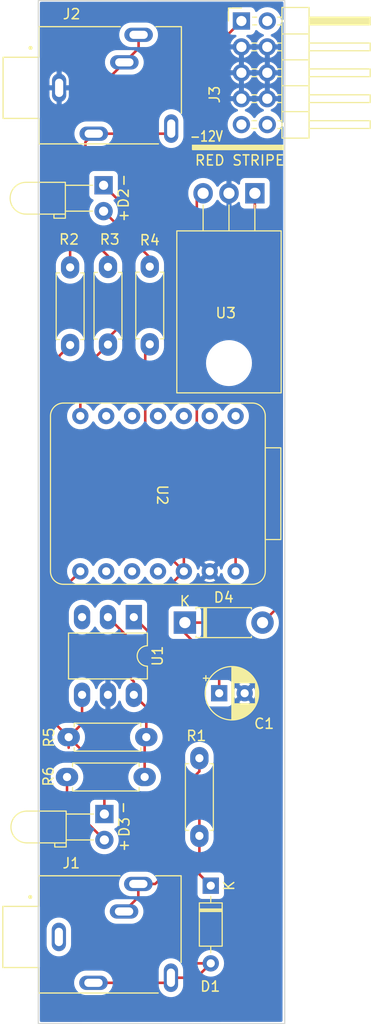
<source format=kicad_pcb>
(kicad_pcb (version 20221018) (generator pcbnew)
  (layers (0 "F.Cu" signal) (31 "B.Cu" signal) (34 "B.Paste" user) (35 "F.Paste" user) (36 "B.SilkS" user "B.Silkscreen") (37 "F.SilkS" user "F.Silkscreen") (38 "B.Mask" user) (39 "F.Mask" user) (44 "Edge.Cuts" user))
  (net 0 "")
  (net 1 "Net-(D1-K)")
  (net 2 "Net-(D1-A)")
  (net 3 "MIDI OUT")
  (net 4 "Net-(D2-A)")
  (net 5 "MIDI IN")
  (net 6 "Net-(D3-A)")
  (net 8 "Net-(J1-Pad2)")
  (net 9 "GND")
  (net 10 "Net-(J2-Pad2)")
  (net 11 "Net-(J2-Pad4)")
  (net 12 "+3V3")
  (net 23 "Net-(D4-K)")
  (net 24 "+12V")
  (net 27 "+5V")
  (footprint "Diode_THT:D_DO-41_SOD81_P7.62mm_Horizontal" (layer "F.Cu") (at 84.62281 98.055038)
    (fp_text reference "D4" (at 3.81 -2.47) (layer "F.SilkS"))
    (fp_text value "1N5819")
    (fp_text user "K" (at 0 -2.1) (layer "F.SilkS"))
    (fp_line (start 1.09 -1.47) (end 6.53 -1.47) (stroke (width 0.12)) (layer "F.SilkS"))
    (fp_line (start 1.09 -1.34) (end 1.09 -1.47) (stroke (width 0.12)) (layer "F.SilkS"))
    (fp_line (start 1.09 1.34) (end 1.09 1.47) (stroke (width 0.12)) (layer "F.SilkS"))
    (fp_line (start 1.09 1.47) (end 6.53 1.47) (stroke (width 0.12)) (layer "F.SilkS"))
    (fp_line (start 1.87 -1.47) (end 1.87 1.47) (stroke (width 0.12)) (layer "F.SilkS"))
    (fp_line (start 1.99 -1.47) (end 1.99 1.47) (stroke (width 0.12)) (layer "F.SilkS"))
    (fp_line (start 2.11 -1.47) (end 2.11 1.47) (stroke (width 0.12)) (layer "F.SilkS"))
    (fp_line (start 6.53 -1.47) (end 6.53 -1.34) (stroke (width 0.12)) (layer "F.SilkS"))
    (fp_line (start 6.53 1.47) (end 6.53 1.34) (stroke (width 0.12)) (layer "F.SilkS"))
    (pad "1" thru_hole rect (at 0 0) (size 2.2 2.2) (drill 1.1) (layers "*.Cu" "*.Mask") (net 23 "Net-(D4-K)"))
    (pad "2" thru_hole oval (at 7.62 0) (size 2.2 2.2) (drill 1.1) (layers "*.Cu" "*.Mask") (net 24 "+12V"))
  )
  (footprint "Import Library:Resistor-THT-Axial Horizontal pin pitch 7.62mm 0.25W" (layer "F.Cu") (at 80.67435 113.201914 180)
    (fp_text reference "R6" (at 9.440107 0.053114 90) (layer "F.SilkS"))
    (fp_text value "2.2K")
    (fp_line (start 0.54 -1.37) (end 7.08 -1.37) (stroke (width 0.12)) (layer "F.SilkS"))
    (fp_line (start 0.54 -1.04) (end 0.54 -1.37) (stroke (width 0.12)) (layer "F.SilkS"))
    (fp_line (start 0.54 1.04) (end 0.54 1.37) (stroke (width 0.12)) (layer "F.SilkS"))
    (fp_line (start 0.54 1.37) (end 7.08 1.37) (stroke (width 0.12)) (layer "F.SilkS"))
    (fp_line (start 7.08 -1.37) (end 7.08 -1.04) (stroke (width 0.12)) (layer "F.SilkS"))
    (fp_line (start 7.08 1.37) (end 7.08 1.04) (stroke (width 0.12)) (layer "F.SilkS"))
    (pad "1" thru_hole oval (at 0 0 180) (size 2.2 1.8) (drill 0.8) (layers "*.Cu" "*.Mask") (net 12 "+3V3"))
    (pad "2" thru_hole oval (at 7.62 0 180) (size 2.2 1.8) (drill 0.8) (layers "*.Cu" "*.Mask") (net 6 "Net-(D3-A)"))
  )
  (footprint "Import Library:Resistor-THT-Axial Horizontal pin pitch 7.62mm 0.25W" (layer "F.Cu") (at 86.046029 118.975781 90)
    (fp_text reference "R1" (at 9.813541 -0.29889) (layer "F.SilkS"))
    (fp_text value "220")
    (fp_line (start 0.54 -1.37) (end 7.08 -1.37) (stroke (width 0.12)) (layer "F.SilkS"))
    (fp_line (start 0.54 -1.04) (end 0.54 -1.37) (stroke (width 0.12)) (layer "F.SilkS"))
    (fp_line (start 0.54 1.04) (end 0.54 1.37) (stroke (width 0.12)) (layer "F.SilkS"))
    (fp_line (start 0.54 1.37) (end 7.08 1.37) (stroke (width 0.12)) (layer "F.SilkS"))
    (fp_line (start 7.08 -1.37) (end 7.08 -1.04) (stroke (width 0.12)) (layer "F.SilkS"))
    (fp_line (start 7.08 1.37) (end 7.08 1.04) (stroke (width 0.12)) (layer "F.SilkS"))
    (pad "1" thru_hole oval (at 0 0 90) (size 2.2 1.8) (drill 0.8) (layers "*.Cu" "*.Mask") (net 1 "Net-(D1-K)"))
    (pad "2" thru_hole oval (at 7.62 0 90) (size 2.2 1.8) (drill 0.8) (layers "*.Cu" "*.Mask") (net 8 "Net-(J1-Pad2)"))
  )
  (footprint "Import Library:Resistor-THT-Axial Horizontal pin pitch 7.62mm 0.25W" (layer "F.Cu") (at 80.836634 109.290134 180)
    (fp_text reference "R5" (at 9.549277 -0.034442 90) (layer "F.SilkS"))
    (fp_text value "470")
    (fp_line (start 0.54 -1.37) (end 7.08 -1.37) (stroke (width 0.12)) (layer "F.SilkS"))
    (fp_line (start 0.54 -1.04) (end 0.54 -1.37) (stroke (width 0.12)) (layer "F.SilkS"))
    (fp_line (start 0.54 1.04) (end 0.54 1.37) (stroke (width 0.12)) (layer "F.SilkS"))
    (fp_line (start 0.54 1.37) (end 7.08 1.37) (stroke (width 0.12)) (layer "F.SilkS"))
    (fp_line (start 7.08 -1.37) (end 7.08 -1.04) (stroke (width 0.12)) (layer "F.SilkS"))
    (fp_line (start 7.08 1.37) (end 7.08 1.04) (stroke (width 0.12)) (layer "F.SilkS"))
    (pad "1" thru_hole oval (at 0 0 180) (size 2.2 1.8) (drill 0.8) (layers "*.Cu" "*.Mask") (net 12 "+3V3"))
    (pad "2" thru_hole oval (at 7.62 0 180) (size 2.2 1.8) (drill 0.8) (layers "*.Cu" "*.Mask") (net 5 "MIDI IN"))
  )
  (footprint "Import Library:Microcontroller-XIAO RP2040" (layer "F.Cu") (at 81.907835 85.529785 -90)
    (fp_text reference "U2" (at 0 -0.5 -90 unlocked) (layer "F.SilkS"))
    (fp_text value "SeeeduinoXIAO")
    (fp_line (start -9.013803 9.206131) (end -9.013803 -9.335869) (stroke (width 0.12)) (layer "F.SilkS"))
    (fp_line (start -7.743803 -10.605869) (end 7.496197 -10.605869) (stroke (width 0.12)) (layer "F.SilkS"))
    (fp_line (start 7.496197 10.476131) (end -7.743803 10.476131) (stroke (width 0.12)) (layer "F.SilkS"))
    (fp_line (start 8.766197 -9.335869) (end 8.766197 9.206131) (stroke (width 0.12)) (layer "F.SilkS"))
    (fp_rect (start -4.623803 -10.605869) (end 4.376197 -12.129869) (stroke (width 0.12)) (fill none) (layer "F.SilkS"))
    (fp_arc (start -9.013803 -9.335869) (mid -8.641829 -10.233895) (end -7.743803 -10.605869) (stroke (width 0.12)) (layer "F.SilkS"))
    (fp_arc (start -7.743803 10.476131) (mid -8.641829 10.104157) (end -9.013803 9.206131) (stroke (width 0.12)) (layer "F.SilkS"))
    (fp_arc (start 7.496197 -10.605869) (mid 8.394214 -10.233894) (end 8.766197 -9.335869) (stroke (width 0.12)) (layer "F.SilkS"))
    (fp_arc (start 8.766197 9.206131) (mid 8.394222 10.104155) (end 7.496197 10.476131) (stroke (width 0.12)) (layer "F.SilkS"))
    (pad "1" thru_hole circle (at -7.741303 -7.694869 270) (size 1.6 1.6) (drill 0.8) (layers "*.Cu" "*.Mask"))
    (pad "2" thru_hole circle (at -7.741303 -5.154869 270) (size 1.6 1.6) (drill 0.8) (layers "*.Cu" "*.Mask"))
    (pad "3" thru_hole circle (at -7.741303 -2.614869 270) (size 1.6 1.6) (drill 0.8) (layers "*.Cu" "*.Mask"))
    (pad "4" thru_hole circle (at -7.741303 -0.074869 270) (size 1.6 1.6) (drill 0.8) (layers "*.Cu" "*.Mask"))
    (pad "5" thru_hole circle (at -7.741303 2.465131 270) (size 1.6 1.6) (drill 0.8) (layers "*.Cu" "*.Mask"))
    (pad "6" thru_hole circle (at -7.741303 5.005131 270) (size 1.6 1.6) (drill 0.8) (layers "*.Cu" "*.Mask"))
    (pad "7" thru_hole circle (at -7.741303 7.545131 270) (size 1.6 1.6) (drill 0.8) (layers "*.Cu" "*.Mask") (net 3 "MIDI OUT"))
    (pad "8" thru_hole circle (at 7.493697 7.545131 270) (size 1.6 1.6) (drill 0.8) (layers "*.Cu" "*.Mask") (net 5 "MIDI IN"))
    (pad "9" thru_hole circle (at 7.493697 5.005131 270) (size 1.6 1.6) (drill 0.8) (layers "*.Cu" "*.Mask"))
    (pad "10" thru_hole circle (at 7.493697 2.465131 270) (size 1.6 1.6) (drill 0.8) (layers "*.Cu" "*.Mask"))
    (pad "11" thru_hole circle (at 7.493697 -0.074869 270) (size 1.6 1.6) (drill 0.8) (layers "*.Cu" "*.Mask"))
    (pad "12" thru_hole circle (at 7.493697 -2.614869 270) (size 1.6 1.6) (drill 0.8) (layers "*.Cu" "*.Mask") (net 12 "+3V3"))
    (pad "13" thru_hole circle (at 7.493697 -5.154869 270) (size 1.6 1.6) (drill 0.8) (layers "*.Cu" "*.Mask") (net 9 "GND"))
    (pad "14" thru_hole circle (at 7.493697 -7.694869 270) (size 1.6 1.6) (drill 0.8) (layers "*.Cu" "*.Mask") (net 27 "+5V"))
  )
  (footprint "Import Library:Resistor-THT-Axial Horizontal pin pitch 7.62mm 0.25W" (layer "F.Cu") (at 73.359793 70.823902 90)
    (fp_text reference "R2" (at 10.362029 -0.105059) (layer "F.SilkS"))
    (fp_text value "33")
    (fp_line (start 0.54 -1.37) (end 7.08 -1.37) (stroke (width 0.12)) (layer "F.SilkS"))
    (fp_line (start 0.54 -1.04) (end 0.54 -1.37) (stroke (width 0.12)) (layer "F.SilkS"))
    (fp_line (start 0.54 1.04) (end 0.54 1.37) (stroke (width 0.12)) (layer "F.SilkS"))
    (fp_line (start 0.54 1.37) (end 7.08 1.37) (stroke (width 0.12)) (layer "F.SilkS"))
    (fp_line (start 7.08 -1.37) (end 7.08 -1.04) (stroke (width 0.12)) (layer "F.SilkS"))
    (fp_line (start 7.08 1.37) (end 7.08 1.04) (stroke (width 0.12)) (layer "F.SilkS"))
    (pad "1" thru_hole oval (at 0 0 90) (size 2.2 1.8) (drill 0.8) (layers "*.Cu" "*.Mask") (net 12 "+3V3"))
    (pad "2" thru_hole oval (at 7.62 0 90) (size 2.2 1.8) (drill 0.8) (layers "*.Cu" "*.Mask") (net 10 "Net-(J2-Pad2)"))
  )
  (footprint "Import Library:Resistor-THT-Axial Horizontal pin pitch 7.62mm 0.25W" (layer "F.Cu") (at 77.076599 70.779081 90)
    (fp_text reference "R3" (at 10.311098 0.168796) (layer "F.SilkS"))
    (fp_text value "10")
    (fp_line (start 0.54 -1.37) (end 7.08 -1.37) (stroke (width 0.12)) (layer "F.SilkS"))
    (fp_line (start 0.54 -1.04) (end 0.54 -1.37) (stroke (width 0.12)) (layer "F.SilkS"))
    (fp_line (start 0.54 1.04) (end 0.54 1.37) (stroke (width 0.12)) (layer "F.SilkS"))
    (fp_line (start 0.54 1.37) (end 7.08 1.37) (stroke (width 0.12)) (layer "F.SilkS"))
    (fp_line (start 7.08 -1.37) (end 7.08 -1.04) (stroke (width 0.12)) (layer "F.SilkS"))
    (fp_line (start 7.08 1.37) (end 7.08 1.04) (stroke (width 0.12)) (layer "F.SilkS"))
    (pad "1" thru_hole oval (at 0 0 90) (size 2.2 1.8) (drill 0.8) (layers "*.Cu" "*.Mask") (net 3 "MIDI OUT"))
    (pad "2" thru_hole oval (at 7.62 0 90) (size 2.2 1.8) (drill 0.8) (layers "*.Cu" "*.Mask") (net 11 "Net-(J2-Pad4)"))
  )
  (footprint "Package_DIP:DIP-6_W7.62mm_LongPads" (layer "F.Cu") (at 79.611513 97.519464 -90)
    (fp_text reference "U1" (at 3.81 -2.33 90) (layer "F.SilkS"))
    (fp_text value "H11L1")
    (fp_line (start 1.56 -1.33) (end 1.56 6.41) (stroke (width 0.12)) (layer "F.SilkS"))
    (fp_line (start 1.56 6.41) (end 6.06 6.41) (stroke (width 0.12)) (layer "F.SilkS"))
    (fp_line (start 2.81 -1.33) (end 1.56 -1.33) (stroke (width 0.12)) (layer "F.SilkS"))
    (fp_line (start 6.06 -1.33) (end 4.81 -1.33) (stroke (width 0.12)) (layer "F.SilkS"))
    (fp_line (start 6.06 6.41) (end 6.06 -1.33) (stroke (width 0.12)) (layer "F.SilkS"))
    (fp_arc (start 4.81 -1.33) (mid 3.81 -0.33) (end 2.81 -1.33) (stroke (width 0.12)) (layer "F.SilkS"))
    (pad "1" thru_hole rect (at 0 0 270) (size 2.4 1.6) (drill 0.8) (layers "*.Cu" "*.Mask") (net 1 "Net-(D1-K)"))
    (pad "2" thru_hole oval (at 0 2.54 270) (size 2.4 1.6) (drill 0.8) (layers "*.Cu" "*.Mask") (net 2 "Net-(D1-A)"))
    (pad "3" thru_hole oval (at 0 5.08 270) (size 2.4 1.6) (drill 0.8) (layers "*.Cu" "*.Mask"))
    (pad "4" thru_hole oval (at 7.62 5.08 270) (size 2.4 1.6) (drill 0.8) (layers "*.Cu" "*.Mask") (net 5 "MIDI IN"))
    (pad "5" thru_hole oval (at 7.62 2.54 270) (size 2.4 1.6) (drill 0.8) (layers "*.Cu" "*.Mask") (net 9 "GND"))
    (pad "6" thru_hole oval (at 7.62 0 270) (size 2.4 1.6) (drill 0.8) (layers "*.Cu" "*.Mask") (net 12 "+3V3"))
  )
  (footprint "LED_THT:LED_D3.0mm_Horizontal_O3.81mm_Z2.0mm" (layer "F.Cu") (at 76.721621 116.836142 -90)
    (fp_text reference "D3" (at 1.27 -1.96 90) (layer "F.SilkS"))
    (fp_text value "LED")
    (fp_line (start -0.29 3.75) (end -0.29 7.61) (stroke (width 0.12)) (layer "F.SilkS"))
    (fp_line (start -0.29 3.75) (end 2.83 3.75) (stroke (width 0.12)) (layer "F.SilkS"))
    (fp_line (start 0 1.08) (end 0 1.08) (stroke (width 0.12)) (layer "F.SilkS"))
    (fp_line (start 0 1.08) (end 0 3.75) (stroke (width 0.12)) (layer "F.SilkS"))
    (fp_line (start 0 3.75) (end 0 1.08) (stroke (width 0.12)) (layer "F.SilkS"))
    (fp_line (start 0 3.75) (end 0 3.75) (stroke (width 0.12)) (layer "F.SilkS"))
    (fp_line (start 2.54 1.08) (end 2.54 1.08) (stroke (width 0.12)) (layer "F.SilkS"))
    (fp_line (start 2.54 1.08) (end 2.54 3.75) (stroke (width 0.12)) (layer "F.SilkS"))
    (fp_line (start 2.54 3.75) (end 2.54 1.08) (stroke (width 0.12)) (layer "F.SilkS"))
    (fp_line (start 2.54 3.75) (end 2.54 3.75) (stroke (width 0.12)) (layer "F.SilkS"))
    (fp_line (start 2.83 3.75) (end 2.83 7.61) (stroke (width 0.12)) (layer "F.SilkS"))
    (fp_line (start 2.83 3.75) (end 3.23 3.75) (stroke (width 0.12)) (layer "F.SilkS"))
    (fp_line (start 2.83 4.87) (end 2.83 3.75) (stroke (width 0.12)) (layer "F.SilkS"))
    (fp_line (start 3.23 3.75) (end 3.23 4.87) (stroke (width 0.12)) (layer "F.SilkS"))
    (fp_line (start 3.23 4.87) (end 2.83 4.87) (stroke (width 0.12)) (layer "F.SilkS"))
    (fp_arc (start 2.83 7.61) (mid 1.27 9.17) (end -0.29 7.61) (stroke (width 0.12)) (layer "F.SilkS"))
    (pad "1" thru_hole rect (at 0 0 270) (size 1.8 1.8) (drill 0.9) (layers "*.Cu" "*.Mask") (net 5 "MIDI IN"))
    (pad "2" thru_hole circle (at 2.54 0 270) (size 1.8 1.8) (drill 0.9) (layers "*.Cu" "*.Mask") (net 6 "Net-(D3-A)"))
  )
  (footprint "Package_TO_SOT_THT:TO-220-3_Horizontal_TabDown" (layer "F.Cu") (at 91.491534 55.936984 180)
    (fp_text reference "U3" (at 2.85324 -11.75075) (layer "F.SilkS"))
    (fp_text value "L7805CV")
    (fp_line (start -2.58 -19.58) (end -2.58 -3.69) (stroke (width 0.12)) (layer "F.SilkS"))
    (fp_line (start -2.58 -19.58) (end 7.66 -19.58) (stroke (width 0.12)) (layer "F.SilkS"))
    (fp_line (start -2.58 -3.69) (end 7.66 -3.69) (stroke (width 0.12)) (layer "F.SilkS"))
    (fp_line (start 0 -3.69) (end 0 -1.15) (stroke (width 0.12)) (layer "F.SilkS"))
    (fp_line (start 2.54 -3.69) (end 2.54 -1.15) (stroke (width 0.12)) (layer "F.SilkS"))
    (fp_line (start 5.08 -3.69) (end 5.08 -1.15) (stroke (width 0.12)) (layer "F.SilkS"))
    (fp_line (start 7.66 -19.58) (end 7.66 -3.69) (stroke (width 0.12)) (layer "F.SilkS"))
    (pad "" np_thru_hole oval (at 2.54 -16.66 180) (size 3.5 3.5) (drill 3.5) (layers "*.Cu" "*.Mask"))
    (pad "1" thru_hole rect (at 0 0 180) (size 1.905 2) (drill 1.1) (layers "*.Cu" "*.Mask") (net 23 "Net-(D4-K)"))
    (pad "2" thru_hole oval (at 2.54 0 180) (size 1.905 2) (drill 1.1) (layers "*.Cu" "*.Mask") (net 9 "GND"))
    (pad "3" thru_hole oval (at 5.08 0 180) (size 1.905 2) (drill 1.1) (layers "*.Cu" "*.Mask") (net 27 "+5V"))
  )
  (footprint "LED_THT:LED_D3.0mm_Horizontal_O3.81mm_Z2.0mm" (layer "F.Cu") (at 76.642281 55.150348 -90)
    (fp_text reference "D2" (at 1.27 -1.96 90) (layer "F.SilkS"))
    (fp_text value "LED")
    (fp_line (start -0.29 3.75) (end -0.29 7.61) (stroke (width 0.12)) (layer "F.SilkS"))
    (fp_line (start -0.29 3.75) (end 2.83 3.75) (stroke (width 0.12)) (layer "F.SilkS"))
    (fp_line (start 0 1.08) (end 0 1.08) (stroke (width 0.12)) (layer "F.SilkS"))
    (fp_line (start 0 1.08) (end 0 3.75) (stroke (width 0.12)) (layer "F.SilkS"))
    (fp_line (start 0 3.75) (end 0 1.08) (stroke (width 0.12)) (layer "F.SilkS"))
    (fp_line (start 0 3.75) (end 0 3.75) (stroke (width 0.12)) (layer "F.SilkS"))
    (fp_line (start 2.54 1.08) (end 2.54 1.08) (stroke (width 0.12)) (layer "F.SilkS"))
    (fp_line (start 2.54 1.08) (end 2.54 3.75) (stroke (width 0.12)) (layer "F.SilkS"))
    (fp_line (start 2.54 3.75) (end 2.54 1.08) (stroke (width 0.12)) (layer "F.SilkS"))
    (fp_line (start 2.54 3.75) (end 2.54 3.75) (stroke (width 0.12)) (layer "F.SilkS"))
    (fp_line (start 2.83 3.75) (end 2.83 7.61) (stroke (width 0.12)) (layer "F.SilkS"))
    (fp_line (start 2.83 3.75) (end 3.23 3.75) (stroke (width 0.12)) (layer "F.SilkS"))
    (fp_line (start 2.83 4.87) (end 2.83 3.75) (stroke (width 0.12)) (layer "F.SilkS"))
    (fp_line (start 3.23 3.75) (end 3.23 4.87) (stroke (width 0.12)) (layer "F.SilkS"))
    (fp_line (start 3.23 4.87) (end 2.83 4.87) (stroke (width 0.12)) (layer "F.SilkS"))
    (fp_arc (start 2.83 7.61) (mid 1.27 9.17) (end -0.29 7.61) (stroke (width 0.12)) (layer "F.SilkS"))
    (pad "1" thru_hole rect (at 0 0 270) (size 1.8 1.8) (drill 0.9) (layers "*.Cu" "*.Mask") (net 3 "MIDI OUT"))
    (pad "2" thru_hole circle (at 2.54 0 270) (size 1.8 1.8) (drill 0.9) (layers "*.Cu" "*.Mask") (net 4 "Net-(D2-A)"))
  )
  (footprint "Import Library:Resistor-THT-Axial Horizontal pin pitch 7.62mm 0.25W" (layer "F.Cu") (at 81.174369 70.752581 90)
    (fp_text reference "R4" (at 10.21514 -0.003429) (layer "F.SilkS"))
    (fp_text value "2.2K")
    (fp_line (start 0.54 -1.37) (end 7.08 -1.37) (stroke (width 0.12)) (layer "F.SilkS"))
    (fp_line (start 0.54 -1.04) (end 0.54 -1.37) (stroke (width 0.12)) (layer "F.SilkS"))
    (fp_line (start 0.54 1.04) (end 0.54 1.37) (stroke (width 0.12)) (layer "F.SilkS"))
    (fp_line (start 0.54 1.37) (end 7.08 1.37) (stroke (width 0.12)) (layer "F.SilkS"))
    (fp_line (start 7.08 -1.37) (end 7.08 -1.04) (stroke (width 0.12)) (layer "F.SilkS"))
    (fp_line (start 7.08 1.37) (end 7.08 1.04) (stroke (width 0.12)) (layer "F.SilkS"))
    (pad "1" thru_hole oval (at 0 0 90) (size 2.2 1.8) (drill 0.8) (layers "*.Cu" "*.Mask") (net 12 "+3V3"))
    (pad "2" thru_hole oval (at 7.62 0 90) (size 2.2 1.8) (drill 0.8) (layers "*.Cu" "*.Mask") (net 4 "Net-(D2-A)"))
  )
  (footprint "Diode_THT:D_DO-35_SOD27_P7.62mm_Horizontal" (layer "F.Cu") (at 87.162488 123.863924 -90)
    (fp_text reference "D1" (at 9.887421 0.049815) (layer "F.SilkS"))
    (fp_text value "1N4148")
    (fp_text user "K" (at 0 -1.8 90) (layer "F.SilkS"))
    (fp_line (start 1.04 0) (end 1.69 0) (stroke (width 0.12)) (layer "F.SilkS"))
    (fp_line (start 1.69 -1.12) (end 1.69 1.12) (stroke (width 0.12)) (layer "F.SilkS"))
    (fp_line (start 1.69 1.12) (end 5.93 1.12) (stroke (width 0.12)) (layer "F.SilkS"))
    (fp_line (start 2.29 -1.12) (end 2.29 1.12) (stroke (width 0.12)) (layer "F.SilkS"))
    (fp_line (start 2.41 -1.12) (end 2.41 1.12) (stroke (width 0.12)) (layer "F.SilkS"))
    (fp_line (start 2.53 -1.12) (end 2.53 1.12) (stroke (width 0.12)) (layer "F.SilkS"))
    (fp_line (start 5.93 -1.12) (end 1.69 -1.12) (stroke (width 0.12)) (layer "F.SilkS"))
    (fp_line (start 5.93 1.12) (end 5.93 -1.12) (stroke (width 0.12)) (layer "F.SilkS"))
    (fp_line (start 6.58 0) (end 5.93 0) (stroke (width 0.12)) (layer "F.SilkS"))
    (pad "1" thru_hole rect (at 0 0 270) (size 1.6 1.6) (drill 0.8) (layers "*.Cu" "*.Mask") (net 1 "Net-(D1-K)"))
    (pad "2" thru_hole oval (at 7.62 0 270) (size 1.6 1.6) (drill 0.8) (layers "*.Cu" "*.Mask") (net 2 "Net-(D1-A)"))
  )
  (footprint "Import Library:Socket-Horizontal stereo 2-switch THT-SWITCHCRAFT_35RAPC4BH3" (layer "F.Cu") (at 75.530848 45.341134)
    (fp_text reference "J2" (at -2.0258 -6.9836) (layer "F.SilkS"))
    (fp_text value "35RAPC4BH3")
    (fp_line (start -8.75 -2.75) (end -5.25 -2.75) (stroke (width 0.127)) (layer "F.SilkS"))
    (fp_line (start -8.75 3.25) (end -8.75 -2.75) (stroke (width 0.127)) (layer "F.SilkS"))
    (fp_line (start -5.25 -5.75) (end 2.75 -5.75) (stroke (width 0.127)) (layer "F.SilkS"))
    (fp_line (start -5.25 -2.75) (end -5.25 -5.75) (stroke (width 0.127)) (layer "F.SilkS"))
    (fp_line (start -5.25 3.25) (end -8.75 3.25) (stroke (width 0.127)) (layer "F.SilkS"))
    (fp_line (start -5.25 5.75) (end -5.25 3.25) (stroke (width 0.127)) (layer "F.SilkS"))
    (fp_line (start 6.25 -5.75) (end 8.75 -5.75) (stroke (width 0.127)) (layer "F.SilkS"))
    (fp_line (start 6.5 5.75) (end -5.25 5.75) (stroke (width 0.127)) (layer "F.SilkS"))
    (fp_line (start 8.75 -5.75) (end 8.75 2.75) (stroke (width 0.127)) (layer "F.SilkS"))
    (fp_circle (center -6.0574 -3.6698) (end -5.9574 -3.6698) (stroke (width 0.2)) (fill none) (layer "F.SilkS"))
    (pad "1" thru_hole oval (at -3.25 0.25) (size 1.4 2.8) (drill oval 0.8 1.8) (layers "*.Cu" "*.Mask") (net 9 "GND"))
    (pad "2" thru_hole oval (at 4.55 -4.95) (size 2.8 1.4) (drill oval 1.8 0.8) (layers "*.Cu" "*.Mask") (net 10 "Net-(J2-Pad2)"))
    (pad "3" thru_hole oval (at 3.15 -2.25) (size 2.8 1.4) (drill oval 1.8 0.8) (layers "*.Cu" "*.Mask") (net 10 "Net-(J2-Pad2)"))
    (pad "4" thru_hole oval (at 7.75 4.25) (size 1.4 2.8) (drill oval 0.8 1.8) (layers "*.Cu" "*.Mask") (net 11 "Net-(J2-Pad4)"))
    (pad "5" thru_hole oval (at 0.15 4.75) (size 2.8 1.4) (drill oval 1.8 0.8) (layers "*.Cu" "*.Mask") (net 11 "Net-(J2-Pad4)"))
  )
  (footprint "Connector_PinHeader_2.54mm:PinHeader_2x05_P2.54mm_Horizontal" (layer "F.Cu") (at 90.16969 39.036951)
    (fp_text reference "J3" (at -2.627772 7.210136 90) (layer "F.SilkS"))
    (fp_text value "Power")
    (fp_line (start -1.27 -1.27) (end 0 -1.27) (stroke (width 0.12)) (layer "F.SilkS"))
    (fp_line (start -1.27 0) (end -1.27 -1.27) (stroke (width 0.12)) (layer "F.SilkS"))
    (fp_line (start 1.042929 2.16) (end 1.497071 2.16) (stroke (width 0.12)) (layer "F.SilkS"))
    (fp_line (start 1.042929 2.92) (end 1.497071 2.92) (stroke (width 0.12)) (layer "F.SilkS"))
    (fp_line (start 1.042929 4.7) (end 1.497071 4.7) (stroke (width 0.12)) (layer "F.SilkS"))
    (fp_line (start 1.042929 5.46) (end 1.497071 5.46) (stroke (width 0.12)) (layer "F.SilkS"))
    (fp_line (start 1.042929 7.24) (end 1.497071 7.24) (stroke (width 0.12)) (layer "F.SilkS"))
    (fp_line (start 1.042929 8) (end 1.497071 8) (stroke (width 0.12)) (layer "F.SilkS"))
    (fp_line (start 1.042929 9.78) (end 1.497071 9.78) (stroke (width 0.12)) (layer "F.SilkS"))
    (fp_line (start 1.042929 10.54) (end 1.497071 10.54) (stroke (width 0.12)) (layer "F.SilkS"))
    (fp_line (start 1.11 -0.38) (end 1.497071 -0.38) (stroke (width 0.12)) (layer "F.SilkS"))
    (fp_line (start 1.11 0.38) (end 1.497071 0.38) (stroke (width 0.12)) (layer "F.SilkS"))
    (fp_line (start 3.582929 -0.38) (end 3.98 -0.38) (stroke (width 0.12)) (layer "F.SilkS"))
    (fp_line (start 3.582929 0.38) (end 3.98 0.38) (stroke (width 0.12)) (layer "F.SilkS"))
    (fp_line (start 3.582929 2.16) (end 3.98 2.16) (stroke (width 0.12)) (layer "F.SilkS"))
    (fp_line (start 3.582929 2.92) (end 3.98 2.92) (stroke (width 0.12)) (layer "F.SilkS"))
    (fp_line (start 3.582929 4.7) (end 3.98 4.7) (stroke (width 0.12)) (layer "F.SilkS"))
    (fp_line (start 3.582929 5.46) (end 3.98 5.46) (stroke (width 0.12)) (layer "F.SilkS"))
    (fp_line (start 3.582929 7.24) (end 3.98 7.24) (stroke (width 0.12)) (layer "F.SilkS"))
    (fp_line (start 3.582929 8) (end 3.98 8) (stroke (width 0.12)) (layer "F.SilkS"))
    (fp_line (start 3.582929 9.78) (end 3.98 9.78) (stroke (width 0.12)) (layer "F.SilkS"))
    (fp_line (start 3.582929 10.54) (end 3.98 10.54) (stroke (width 0.12)) (layer "F.SilkS"))
    (fp_line (start 3.98 -1.33) (end 3.98 11.49) (stroke (width 0.12)) (layer "F.SilkS"))
    (fp_line (start 3.98 1.27) (end 6.64 1.27) (stroke (width 0.12)) (layer "F.SilkS"))
    (fp_line (start 3.98 3.81) (end 6.64 3.81) (stroke (width 0.12)) (layer "F.SilkS"))
    (fp_line (start 3.98 6.35) (end 6.64 6.35) (stroke (width 0.12)) (layer "F.SilkS"))
    (fp_line (start 3.98 8.89) (end 6.64 8.89) (stroke (width 0.12)) (layer "F.SilkS"))
    (fp_line (start 3.98 11.49) (end 6.64 11.49) (stroke (width 0.12)) (layer "F.SilkS"))
    (fp_line (start 6.64 -1.33) (end 3.98 -1.33) (stroke (width 0.12)) (layer "F.SilkS"))
    (fp_line (start 6.64 -0.38) (end 12.64 -0.38) (stroke (width 0.12)) (layer "F.SilkS"))
    (fp_line (start 6.64 -0.32) (end 12.64 -0.32) (stroke (width 0.12)) (layer "F.SilkS"))
    (fp_line (start 6.64 -0.2) (end 12.64 -0.2) (stroke (width 0.12)) (layer "F.SilkS"))
    (fp_line (start 6.64 -0.08) (end 12.64 -0.08) (stroke (width 0.12)) (layer "F.SilkS"))
    (fp_line (start 6.64 0.04) (end 12.64 0.04) (stroke (width 0.12)) (layer "F.SilkS"))
    (fp_line (start 6.64 0.16) (end 12.64 0.16) (stroke (width 0.12)) (layer "F.SilkS"))
    (fp_line (start 6.64 0.28) (end 12.64 0.28) (stroke (width 0.12)) (layer "F.SilkS"))
    (fp_line (start 6.64 2.16) (end 12.64 2.16) (stroke (width 0.12)) (layer "F.SilkS"))
    (fp_line (start 6.64 4.7) (end 12.64 4.7) (stroke (width 0.12)) (layer "F.SilkS"))
    (fp_line (start 6.64 7.24) (end 12.64 7.24) (stroke (width 0.12)) (layer "F.SilkS"))
    (fp_line (start 6.64 9.78) (end 12.64 9.78) (stroke (width 0.12)) (layer "F.SilkS"))
    (fp_line (start 6.64 11.49) (end 6.64 -1.33) (stroke (width 0.12)) (layer "F.SilkS"))
    (fp_line (start 12.64 -0.38) (end 12.64 0.38) (stroke (width 0.12)) (layer "F.SilkS"))
    (fp_line (start 12.64 0.38) (end 6.64 0.38) (stroke (width 0.12)) (layer "F.SilkS"))
    (fp_line (start 12.64 2.16) (end 12.64 2.92) (stroke (width 0.12)) (layer "F.SilkS"))
    (fp_line (start 12.64 2.92) (end 6.64 2.92) (stroke (width 0.12)) (layer "F.SilkS"))
    (fp_line (start 12.64 4.7) (end 12.64 5.46) (stroke (width 0.12)) (layer "F.SilkS"))
    (fp_line (start 12.64 5.46) (end 6.64 5.46) (stroke (width 0.12)) (layer "F.SilkS"))
    (fp_line (start 12.64 7.24) (end 12.64 8) (stroke (width 0.12)) (layer "F.SilkS"))
    (fp_line (start 12.64 8) (end 6.64 8) (stroke (width 0.12)) (layer "F.SilkS"))
    (fp_line (start 12.64 9.78) (end 12.64 10.54) (stroke (width 0.12)) (layer "F.SilkS"))
    (fp_line (start 12.64 10.54) (end 6.64 10.54) (stroke (width 0.12)) (layer "F.SilkS"))
    (pad "1" thru_hole rect (at 0 0) (size 1.7 1.7) (drill 1) (layers "*.Cu" "*.Mask") (net 24 "+12V"))
    (pad "2" thru_hole oval (at 2.54 0) (size 1.7 1.7) (drill 1) (layers "*.Cu" "*.Mask") (net 24 "+12V"))
    (pad "3" thru_hole oval (at 0 2.54) (size 1.7 1.7) (drill 1) (layers "*.Cu" "*.Mask") (net 9 "GND"))
    (pad "4" thru_hole oval (at 2.54 2.54) (size 1.7 1.7) (drill 1) (layers "*.Cu" "*.Mask") (net 9 "GND"))
    (pad "5" thru_hole oval (at 0 5.08) (size 1.7 1.7) (drill 1) (layers "*.Cu" "*.Mask") (net 9 "GND"))
    (pad "6" thru_hole oval (at 2.54 5.08) (size 1.7 1.7) (drill 1) (layers "*.Cu" "*.Mask") (net 9 "GND"))
    (pad "7" thru_hole oval (at 0 7.62) (size 1.7 1.7) (drill 1) (layers "*.Cu" "*.Mask") (net 9 "GND"))
    (pad "8" thru_hole oval (at 2.54 7.62) (size 1.7 1.7) (drill 1) (layers "*.Cu" "*.Mask") (net 9 "GND"))
    (pad "9" thru_hole oval (at 0 10.16) (size 1.7 1.7) (drill 1) (layers "*.Cu" "*.Mask"))
    (pad "10" thru_hole oval (at 2.54 10.16) (size 1.7 1.7) (drill 1) (layers "*.Cu" "*.Mask"))
  )
  (footprint "Import Library:Socket-Horizontal stereo 2-switch THT-SWITCHCRAFT_35RAPC4BH3" (layer "F.Cu") (at 75.502271 128.64278)
    (fp_text reference "J1" (at -2.0258 -6.9836) (layer "F.SilkS"))
    (fp_text value "35RAPC4BH3")
    (fp_line (start -8.75 -2.75) (end -5.25 -2.75) (stroke (width 0.127)) (layer "F.SilkS"))
    (fp_line (start -8.75 3.25) (end -8.75 -2.75) (stroke (width 0.127)) (layer "F.SilkS"))
    (fp_line (start -5.25 -5.75) (end 2.75 -5.75) (stroke (width 0.127)) (layer "F.SilkS"))
    (fp_line (start -5.25 -2.75) (end -5.25 -5.75) (stroke (width 0.127)) (layer "F.SilkS"))
    (fp_line (start -5.25 3.25) (end -8.75 3.25) (stroke (width 0.127)) (layer "F.SilkS"))
    (fp_line (start -5.25 5.75) (end -5.25 3.25) (stroke (width 0.127)) (layer "F.SilkS"))
    (fp_line (start 6.25 -5.75) (end 8.75 -5.75) (stroke (width 0.127)) (layer "F.SilkS"))
    (fp_line (start 6.5 5.75) (end -5.25 5.75) (stroke (width 0.127)) (layer "F.SilkS"))
    (fp_line (start 8.75 -5.75) (end 8.75 2.75) (stroke (width 0.127)) (layer "F.SilkS"))
    (fp_circle (center -6.0574 -3.6698) (end -5.9574 -3.6698) (stroke (width 0.2)) (fill none) (layer "F.SilkS"))
    (pad "1" thru_hole oval (at -3.25 0.25) (size 1.4 2.8) (drill oval 0.8 1.8) (layers "*.Cu" "*.Mask"))
    (pad "2" thru_hole oval (at 4.55 -4.95) (size 2.8 1.4) (drill oval 1.8 0.8) (layers "*.Cu" "*.Mask") (net 8 "Net-(J1-Pad2)"))
    (pad "3" thru_hole oval (at 3.15 -2.25) (size 2.8 1.4) (drill oval 1.8 0.8) (layers "*.Cu" "*.Mask") (net 8 "Net-(J1-Pad2)"))
    (pad "4" thru_hole oval (at 7.75 4.25) (size 1.4 2.8) (drill oval 0.8 1.8) (layers "*.Cu" "*.Mask") (net 2 "Net-(D1-A)"))
    (pad "5" thru_hole oval (at 0.15 4.75) (size 2.8 1.4) (drill oval 1.8 0.8) (layers "*.Cu" "*.Mask") (net 2 "Net-(D1-A)"))
  )
  (footprint "Capacitor_THT:CP_Radial_D5.0mm_P2.50mm" (layer "F.Cu") (at 87.989378 104.984183)
    (fp_text reference "C1" (at 4.409346 2.985639) (layer "F.SilkS"))
    (fp_text value "22uF")
    (fp_line (start -1.554775 -1.475) (end -1.054775 -1.475) (stroke (width 0.12)) (layer "F.SilkS"))
    (fp_line (start -1.304775 -1.725) (end -1.304775 -1.225) (stroke (width 0.12)) (layer "F.SilkS"))
    (fp_line (start 1.25 -2.58) (end 1.25 2.58) (stroke (width 0.12)) (layer "F.SilkS"))
    (fp_line (start 1.29 -2.58) (end 1.29 2.58) (stroke (width 0.12)) (layer "F.SilkS"))
    (fp_line (start 1.33 -2.579) (end 1.33 2.579) (stroke (width 0.12)) (layer "F.SilkS"))
    (fp_line (start 1.37 -2.578) (end 1.37 2.578) (stroke (width 0.12)) (layer "F.SilkS"))
    (fp_line (start 1.41 -2.576) (end 1.41 2.576) (stroke (width 0.12)) (layer "F.SilkS"))
    (fp_line (start 1.45 -2.573) (end 1.45 2.573) (stroke (width 0.12)) (layer "F.SilkS"))
    (fp_line (start 1.49 -2.569) (end 1.49 -1.04) (stroke (width 0.12)) (layer "F.SilkS"))
    (fp_line (start 1.49 1.04) (end 1.49 2.569) (stroke (width 0.12)) (layer "F.SilkS"))
    (fp_line (start 1.53 -2.565) (end 1.53 -1.04) (stroke (width 0.12)) (layer "F.SilkS"))
    (fp_line (start 1.53 1.04) (end 1.53 2.565) (stroke (width 0.12)) (layer "F.SilkS"))
    (fp_line (start 1.57 -2.561) (end 1.57 -1.04) (stroke (width 0.12)) (layer "F.SilkS"))
    (fp_line (start 1.57 1.04) (end 1.57 2.561) (stroke (width 0.12)) (layer "F.SilkS"))
    (fp_line (start 1.61 -2.556) (end 1.61 -1.04) (stroke (width 0.12)) (layer "F.SilkS"))
    (fp_line (start 1.61 1.04) (end 1.61 2.556) (stroke (width 0.12)) (layer "F.SilkS"))
    (fp_line (start 1.65 -2.55) (end 1.65 -1.04) (stroke (width 0.12)) (layer "F.SilkS"))
    (fp_line (start 1.65 1.04) (end 1.65 2.55) (stroke (width 0.12)) (layer "F.SilkS"))
    (fp_line (start 1.69 -2.543) (end 1.69 -1.04) (stroke (width 0.12)) (layer "F.SilkS"))
    (fp_line (start 1.69 1.04) (end 1.69 2.543) (stroke (width 0.12)) (layer "F.SilkS"))
    (fp_line (start 1.73 -2.536) (end 1.73 -1.04) (stroke (width 0.12)) (layer "F.SilkS"))
    (fp_line (start 1.73 1.04) (end 1.73 2.536) (stroke (width 0.12)) (layer "F.SilkS"))
    (fp_line (start 1.77 -2.528) (end 1.77 -1.04) (stroke (width 0.12)) (layer "F.SilkS"))
    (fp_line (start 1.77 1.04) (end 1.77 2.528) (stroke (width 0.12)) (layer "F.SilkS"))
    (fp_line (start 1.81 -2.52) (end 1.81 -1.04) (stroke (width 0.12)) (layer "F.SilkS"))
    (fp_line (start 1.81 1.04) (end 1.81 2.52) (stroke (width 0.12)) (layer "F.SilkS"))
    (fp_line (start 1.85 -2.511) (end 1.85 -1.04) (stroke (width 0.12)) (layer "F.SilkS"))
    (fp_line (start 1.85 1.04) (end 1.85 2.511) (stroke (width 0.12)) (layer "F.SilkS"))
    (fp_line (start 1.89 -2.501) (end 1.89 -1.04) (stroke (width 0.12)) (layer "F.SilkS"))
    (fp_line (start 1.89 1.04) (end 1.89 2.501) (stroke (width 0.12)) (layer "F.SilkS"))
    (fp_line (start 1.93 -2.491) (end 1.93 -1.04) (stroke (width 0.12)) (layer "F.SilkS"))
    (fp_line (start 1.93 1.04) (end 1.93 2.491) (stroke (width 0.12)) (layer "F.SilkS"))
    (fp_line (start 1.971 -2.48) (end 1.971 -1.04) (stroke (width 0.12)) (layer "F.SilkS"))
    (fp_line (start 1.971 1.04) (end 1.971 2.48) (stroke (width 0.12)) (layer "F.SilkS"))
    (fp_line (start 2.011 -2.468) (end 2.011 -1.04) (stroke (width 0.12)) (layer "F.SilkS"))
    (fp_line (start 2.011 1.04) (end 2.011 2.468) (stroke (width 0.12)) (layer "F.SilkS"))
    (fp_line (start 2.051 -2.455) (end 2.051 -1.04) (stroke (width 0.12)) (layer "F.SilkS"))
    (fp_line (start 2.051 1.04) (end 2.051 2.455) (stroke (width 0.12)) (layer "F.SilkS"))
    (fp_line (start 2.091 -2.442) (end 2.091 -1.04) (stroke (width 0.12)) (layer "F.SilkS"))
    (fp_line (start 2.091 1.04) (end 2.091 2.442) (stroke (width 0.12)) (layer "F.SilkS"))
    (fp_line (start 2.131 -2.428) (end 2.131 -1.04) (stroke (width 0.12)) (layer "F.SilkS"))
    (fp_line (start 2.131 1.04) (end 2.131 2.428) (stroke (width 0.12)) (layer "F.SilkS"))
    (fp_line (start 2.171 -2.414) (end 2.171 -1.04) (stroke (width 0.12)) (layer "F.SilkS"))
    (fp_line (start 2.171 1.04) (end 2.171 2.414) (stroke (width 0.12)) (layer "F.SilkS"))
    (fp_line (start 2.211 -2.398) (end 2.211 -1.04) (stroke (width 0.12)) (layer "F.SilkS"))
    (fp_line (start 2.211 1.04) (end 2.211 2.398) (stroke (width 0.12)) (layer "F.SilkS"))
    (fp_line (start 2.251 -2.382) (end 2.251 -1.04) (stroke (width 0.12)) (layer "F.SilkS"))
    (fp_line (start 2.251 1.04) (end 2.251 2.382) (stroke (width 0.12)) (layer "F.SilkS"))
    (fp_line (start 2.291 -2.365) (end 2.291 -1.04) (stroke (width 0.12)) (layer "F.SilkS"))
    (fp_line (start 2.291 1.04) (end 2.291 2.365) (stroke (width 0.12)) (layer "F.SilkS"))
    (fp_line (start 2.331 -2.348) (end 2.331 -1.04) (stroke (width 0.12)) (layer "F.SilkS"))
    (fp_line (start 2.331 1.04) (end 2.331 2.348) (stroke (width 0.12)) (layer "F.SilkS"))
    (fp_line (start 2.371 -2.329) (end 2.371 -1.04) (stroke (width 0.12)) (layer "F.SilkS"))
    (fp_line (start 2.371 1.04) (end 2.371 2.329) (stroke (width 0.12)) (layer "F.SilkS"))
    (fp_line (start 2.411 -2.31) (end 2.411 -1.04) (stroke (width 0.12)) (layer "F.SilkS"))
    (fp_line (start 2.411 1.04) (end 2.411 2.31) (stroke (width 0.12)) (layer "F.SilkS"))
    (fp_line (start 2.451 -2.29) (end 2.451 -1.04) (stroke (width 0.12)) (layer "F.SilkS"))
    (fp_line (start 2.451 1.04) (end 2.451 2.29) (stroke (width 0.12)) (layer "F.SilkS"))
    (fp_line (start 2.491 -2.268) (end 2.491 -1.04) (stroke (width 0.12)) (layer "F.SilkS"))
    (fp_line (start 2.491 1.04) (end 2.491 2.268) (stroke (width 0.12)) (layer "F.SilkS"))
    (fp_line (start 2.531 -2.247) (end 2.531 -1.04) (stroke (width 0.12)) (layer "F.SilkS"))
    (fp_line (start 2.531 1.04) (end 2.531 2.247) (stroke (width 0.12)) (layer "F.SilkS"))
    (fp_line (start 2.571 -2.224) (end 2.571 -1.04) (stroke (width 0.12)) (layer "F.SilkS"))
    (fp_line (start 2.571 1.04) (end 2.571 2.224) (stroke (width 0.12)) (layer "F.SilkS"))
    (fp_line (start 2.611 -2.2) (end 2.611 -1.04) (stroke (width 0.12)) (layer "F.SilkS"))
    (fp_line (start 2.611 1.04) (end 2.611 2.2) (stroke (width 0.12)) (layer "F.SilkS"))
    (fp_line (start 2.651 -2.175) (end 2.651 -1.04) (stroke (width 0.12)) (layer "F.SilkS"))
    (fp_line (start 2.651 1.04) (end 2.651 2.175) (stroke (width 0.12)) (layer "F.SilkS"))
    (fp_line (start 2.691 -2.149) (end 2.691 -1.04) (stroke (width 0.12)) (layer "F.SilkS"))
    (fp_line (start 2.691 1.04) (end 2.691 2.149) (stroke (width 0.12)) (layer "F.SilkS"))
    (fp_line (start 2.731 -2.122) (end 2.731 -1.04) (stroke (width 0.12)) (layer "F.SilkS"))
    (fp_line (start 2.731 1.04) (end 2.731 2.122) (stroke (width 0.12)) (layer "F.SilkS"))
    (fp_line (start 2.771 -2.095) (end 2.771 -1.04) (stroke (width 0.12)) (layer "F.SilkS"))
    (fp_line (start 2.771 1.04) (end 2.771 2.095) (stroke (width 0.12)) (layer "F.SilkS"))
    (fp_line (start 2.811 -2.065) (end 2.811 -1.04) (stroke (width 0.12)) (layer "F.SilkS"))
    (fp_line (start 2.811 1.04) (end 2.811 2.065) (stroke (width 0.12)) (layer "F.SilkS"))
    (fp_line (start 2.851 -2.035) (end 2.851 -1.04) (stroke (width 0.12)) (layer "F.SilkS"))
    (fp_line (start 2.851 1.04) (end 2.851 2.035) (stroke (width 0.12)) (layer "F.SilkS"))
    (fp_line (start 2.891 -2.004) (end 2.891 -1.04) (stroke (width 0.12)) (layer "F.SilkS"))
    (fp_line (start 2.891 1.04) (end 2.891 2.004) (stroke (width 0.12)) (layer "F.SilkS"))
    (fp_line (start 2.931 -1.971) (end 2.931 -1.04) (stroke (width 0.12)) (layer "F.SilkS"))
    (fp_line (start 2.931 1.04) (end 2.931 1.971) (stroke (width 0.12)) (layer "F.SilkS"))
    (fp_line (start 2.971 -1.937) (end 2.971 -1.04) (stroke (width 0.12)) (layer "F.SilkS"))
    (fp_line (start 2.971 1.04) (end 2.971 1.937) (stroke (width 0.12)) (layer "F.SilkS"))
    (fp_line (start 3.011 -1.901) (end 3.011 -1.04) (stroke (width 0.12)) (layer "F.SilkS"))
    (fp_line (start 3.011 1.04) (end 3.011 1.901) (stroke (width 0.12)) (layer "F.SilkS"))
    (fp_line (start 3.051 -1.864) (end 3.051 -1.04) (stroke (width 0.12)) (layer "F.SilkS"))
    (fp_line (start 3.051 1.04) (end 3.051 1.864) (stroke (width 0.12)) (layer "F.SilkS"))
    (fp_line (start 3.091 -1.826) (end 3.091 -1.04) (stroke (width 0.12)) (layer "F.SilkS"))
    (fp_line (start 3.091 1.04) (end 3.091 1.826) (stroke (width 0.12)) (layer "F.SilkS"))
    (fp_line (start 3.131 -1.785) (end 3.131 -1.04) (stroke (width 0.12)) (layer "F.SilkS"))
    (fp_line (start 3.131 1.04) (end 3.131 1.785) (stroke (width 0.12)) (layer "F.SilkS"))
    (fp_line (start 3.171 -1.743) (end 3.171 -1.04) (stroke (width 0.12)) (layer "F.SilkS"))
    (fp_line (start 3.171 1.04) (end 3.171 1.743) (stroke (width 0.12)) (layer "F.SilkS"))
    (fp_line (start 3.211 -1.699) (end 3.211 -1.04) (stroke (width 0.12)) (layer "F.SilkS"))
    (fp_line (start 3.211 1.04) (end 3.211 1.699) (stroke (width 0.12)) (layer "F.SilkS"))
    (fp_line (start 3.251 -1.653) (end 3.251 -1.04) (stroke (width 0.12)) (layer "F.SilkS"))
    (fp_line (start 3.251 1.04) (end 3.251 1.653) (stroke (width 0.12)) (layer "F.SilkS"))
    (fp_line (start 3.291 -1.605) (end 3.291 -1.04) (stroke (width 0.12)) (layer "F.SilkS"))
    (fp_line (start 3.291 1.04) (end 3.291 1.605) (stroke (width 0.12)) (layer "F.SilkS"))
    (fp_line (start 3.331 -1.554) (end 3.331 -1.04) (stroke (width 0.12)) (layer "F.SilkS"))
    (fp_line (start 3.331 1.04) (end 3.331 1.554) (stroke (width 0.12)) (layer "F.SilkS"))
    (fp_line (start 3.371 -1.5) (end 3.371 -1.04) (stroke (width 0.12)) (layer "F.SilkS"))
    (fp_line (start 3.371 1.04) (end 3.371 1.5) (stroke (width 0.12)) (layer "F.SilkS"))
    (fp_line (start 3.411 -1.443) (end 3.411 -1.04) (stroke (width 0.12)) (layer "F.SilkS"))
    (fp_line (start 3.411 1.04) (end 3.411 1.443) (stroke (width 0.12)) (layer "F.SilkS"))
    (fp_line (start 3.451 -1.383) (end 3.451 -1.04) (stroke (width 0.12)) (layer "F.SilkS"))
    (fp_line (start 3.451 1.04) (end 3.451 1.383) (stroke (width 0.12)) (layer "F.SilkS"))
    (fp_line (start 3.491 -1.319) (end 3.491 -1.04) (stroke (width 0.12)) (layer "F.SilkS"))
    (fp_line (start 3.491 1.04) (end 3.491 1.319) (stroke (width 0.12)) (layer "F.SilkS"))
    (fp_line (start 3.531 -1.251) (end 3.531 -1.04) (stroke (width 0.12)) (layer "F.SilkS"))
    (fp_line (start 3.531 1.04) (end 3.531 1.251) (stroke (width 0.12)) (layer "F.SilkS"))
    (fp_line (start 3.571 -1.178) (end 3.571 1.178) (stroke (width 0.12)) (layer "F.SilkS"))
    (fp_line (start 3.611 -1.098) (end 3.611 1.098) (stroke (width 0.12)) (layer "F.SilkS"))
    (fp_line (start 3.651 -1.011) (end 3.651 1.011) (stroke (width 0.12)) (layer "F.SilkS"))
    (fp_line (start 3.691 -0.915) (end 3.691 0.915) (stroke (width 0.12)) (layer "F.SilkS"))
    (fp_line (start 3.731 -0.805) (end 3.731 0.805) (stroke (width 0.12)) (layer "F.SilkS"))
    (fp_line (start 3.771 -0.677) (end 3.771 0.677) (stroke (width 0.12)) (layer "F.SilkS"))
    (fp_line (start 3.811 -0.518) (end 3.811 0.518) (stroke (width 0.12)) (layer "F.SilkS"))
    (fp_line (start 3.851 -0.284) (end 3.851 0.284) (stroke (width 0.12)) (layer "F.SilkS"))
    (fp_circle (center 1.25 0) (end 3.87 0) (stroke (width 0.12)) (fill none) (layer "F.SilkS"))
    (pad "1" thru_hole rect (at 0 0) (size 1.6 1.6) (drill 0.8) (layers "*.Cu" "*.Mask") (net 23 "Net-(D4-K)"))
    (pad "2" thru_hole circle (at 2.5 0) (size 1.6 1.6) (drill 0.8) (layers "*.Cu" "*.Mask") (net 9 "GND"))
  )
  (gr_rect (start 85.384724 51.242671) (end 94.262834 51.637039) (stroke (width 0.15)) (fill solid) (layer "F.SilkS"))
  (gr_rect (start 70.232151 37.024968) (end 94.426364 137.399085) (stroke (width 0.1)) (fill none) (layer "Edge.Cuts"))
  (gr_text "RED STRIPE" (at 85.519123 53.295552) (layer "F.SilkS") (effects (font (size 1 1)) (justify left bottom)))
  (gr_text "+" (at 77.969818 120.423808) (layer "F.SilkS") (effects (font (size 1 1)) (justify left bottom)))
  (gr_text "-12V" (at 85.043661 50.940665) (layer "F.SilkS") (effects (font (size 1 0.8)) (justify left bottom)))
  (gr_text "+" (at 77.942706 58.63925) (layer "F.SilkS") (effects (font (size 1 1)) (justify left bottom)))
  (gr_text "-" (at 79.155244 55.387358 90) (layer "F.SilkS") (effects (font (size 1 1)) (justify left bottom)))
  (gr_text "-" (at 79.105981 116.927922 90) (layer "F.SilkS") (effects (font (size 1 1)) (justify left bottom)))
  (segment (start 86.046029 118.975781) (end 86.046029 122.747465) (width 0.25) (layer "F.Cu") (net 1))
  (segment (start 88.170086 110.341003) (end 88.170086 113.63319) (width 0.25) (layer "F.Cu") (net 1))
  (segment (start 86.046029 122.747465) (end 87.162488 123.863924) (width 0.25) (layer "F.Cu") (net 1))
  (segment (start 86.046029 115.757247) (end 86.046029 118.975781) (width 0.25) (layer "F.Cu") (net 1))
  (segment (start 79.611513 97.519464) (end 84.648415 102.556366) (width 0.25) (layer "F.Cu") (net 1))
  (segment (start 88.170086 113.63319) (end 86.046029 115.757247) (width 0.25) (layer "F.Cu") (net 1))
  (segment (start 84.648415 106.819332) (end 88.170086 110.341003) (width 0.25) (layer "F.Cu") (net 1))
  (segment (start 84.648415 102.556366) (end 84.648415 106.819332) (width 0.25) (layer "F.Cu") (net 1))
  (segment (start 83.021549 120.68603) (end 81.894063 121.813516) (width 0.25) (layer "F.Cu") (net 2))
  (segment (start 81.894063 121.813516) (end 78.847957 121.813516) (width 0.25) (layer "F.Cu") (net 2))
  (segment (start 75.847466 127.537881) (end 77.544592 129.235007) (width 0.25) (layer "F.Cu") (net 2))
  (segment (start 75.847466 124.814007) (end 75.847466 127.537881) (width 0.25) (layer "F.Cu") (net 2))
  (segment (start 83.528935 129.235007) (end 85.777852 131.483924) (width 0.25) (layer "F.Cu") (net 2))
  (segment (start 77.544592 129.235007) (end 83.528935 129.235007) (width 0.25) (layer "F.Cu") (net 2))
  (segment (start 85.753632 132.89278) (end 87.162488 131.483924) (width 0.25) (layer "F.Cu") (net 2))
  (segment (start 83.021549 103.4695) (end 83.021549 120.68603) (width 0.25) (layer "F.Cu") (net 2))
  (segment (start 83.252271 132.89278) (end 85.753632 132.89278) (width 0.25) (layer "F.Cu") (net 2))
  (segment (start 75.652271 133.39278) (end 82.752271 133.39278) (width 0.25) (layer "F.Cu") (net 2))
  (segment (start 85.777852 131.483924) (end 87.162488 131.483924) (width 0.25) (layer "F.Cu") (net 2))
  (segment (start 78.847957 121.813516) (end 75.847466 124.814007) (width 0.25) (layer "F.Cu") (net 2))
  (segment (start 82.752271 133.39278) (end 83.252271 132.89278) (width 0.25) (layer "F.Cu") (net 2))
  (segment (start 77.071513 97.519464) (end 83.021549 103.4695) (width 0.25) (layer "F.Cu") (net 2))
  (segment (start 82.99724 61.505307) (end 76.642281 55.150348) (width 0.25) (layer "F.Cu") (net 3))
  (segment (start 77.076599 70.779081) (end 77.076599 70.146754) (width 0.25) (layer "F.Cu") (net 3))
  (segment (start 74.362704 77.788482) (end 74.362704 73.492976) (width 0.25) (layer "F.Cu") (net 3))
  (segment (start 77.076599 70.146754) (end 82.99724 64.226113) (width 0.25) (layer "F.Cu") (net 3))
  (segment (start 82.99724 64.226113) (end 82.99724 61.505307) (width 0.25) (layer "F.Cu") (net 3))
  (segment (start 74.362704 73.492976) (end 77.076599 70.779081) (width 0.25) (layer "F.Cu") (net 3))
  (segment (start 81.174369 63.132581) (end 81.174369 62.222436) (width 0.25) (layer "F.Cu") (net 4))
  (segment (start 81.174369 62.222436) (end 76.642281 57.690348) (width 0.25) (layer "F.Cu") (net 4))
  (segment (start 76.721621 112.795121) (end 73.216634 109.290134) (width 0.25) (layer "F.Cu") (net 5))
  (segment (start 73.216634 109.290134) (end 71.34843 107.42193) (width 0.25) (layer "F.Cu") (net 5))
  (segment (start 74.531513 107.975255) (end 73.216634 109.290134) (width 0.25) (layer "F.Cu") (net 5))
  (segment (start 74.531513 105.139464) (end 74.531513 107.975255) (width 0.25) (layer "F.Cu") (net 5))
  (segment (start 71.34843 96.037756) (end 74.362704 93.023482) (width 0.25) (layer "F.Cu") (net 5))
  (segment (start 76.721621 116.836142) (end 76.721621 112.795121) (width 0.25) (layer "F.Cu") (net 5))
  (segment (start 73.216634 109.290134) (end 73.216634 110.331155) (width 0.25) (layer "F.Cu") (net 5))
  (segment (start 71.34843 107.42193) (end 71.34843 96.037756) (width 0.25) (layer "F.Cu") (net 5))
  (segment (start 73.05435 115.708871) (end 73.05435 113.201914) (width 0.25) (layer "F.Cu") (net 6))
  (segment (start 73.547393 113.201914) (end 73.05435 113.201914) (width 0.25) (layer "F.Cu") (net 6))
  (segment (start 76.721621 119.376142) (end 73.05435 115.708871) (width 0.25) (layer "F.Cu") (net 6))
  (segment (start 80.052271 124.99278) (end 78.652271 126.39278) (width 0.25) (layer "F.Cu") (net 8))
  (segment (start 80.052271 123.69278) (end 81.710363 123.69278) (width 0.25) (layer "F.Cu") (net 8))
  (segment (start 86.046029 112.649712) (end 86.046029 111.355781) (width 0.25) (layer "F.Cu") (net 8))
  (segment (start 83.78748 114.908261) (end 86.046029 112.649712) (width 0.25) (layer "F.Cu") (net 8))
  (segment (start 81.710363 123.69278) (end 83.78748 121.615663) (width 0.25) (layer "F.Cu") (net 8))
  (segment (start 80.052271 123.69278) (end 80.052271 124.99278) (width 0.25) (layer "F.Cu") (net 8))
  (segment (start 83.78748 121.615663) (end 83.78748 114.908261) (width 0.25) (layer "F.Cu") (net 8))
  (segment (start 80.080848 40.391134) (end 80.080848 41.714904) (width 0.25) (layer "F.Cu") (net 10))
  (segment (start 73.359793 48.435959) (end 73.359793 63.203902) (width 0.25) (layer "F.Cu") (net 10))
  (segment (start 80.080848 41.714904) (end 73.359793 48.435959) (width 0.25) (layer "F.Cu") (net 10))
  (segment (start 75.680848 50.091134) (end 82.780848 50.091134) (width 0.25) (layer "F.Cu") (net 11))
  (segment (start 77.076599 63.159081) (end 77.076599 62.087542) (width 0.25) (layer "F.Cu") (net 11))
  (segment (start 74.862552 50.90943) (end 75.680848 50.091134) (width 0.25) (layer "F.Cu") (net 11))
  (segment (start 74.862552 59.873495) (end 74.862552 50.90943) (width 0.25) (layer "F.Cu") (net 11))
  (segment (start 77.076599 62.087542) (end 74.862552 59.873495) (width 0.25) (layer "F.Cu") (net 11))
  (segment (start 82.780848 50.091134) (end 83.280848 49.591134) (width 0.25) (layer "F.Cu") (net 11))
  (segment (start 80.67435 109.452418) (end 80.836634 109.290134) (width 0.25) (layer "F.Cu") (net 12))
  (segment (start 72.582178 96.390421) (end 73.895085 95.077514) (width 0.25) (layer "F.Cu") (net 12))
  (segment (start 80.67435 113.201914) (end 80.67435 109.452418) (width 0.25) (layer "F.Cu") (net 12))
  (segment (start 80.732395 71.194555) (end 81.174369 70.752581) (width 0.25) (layer "F.Cu") (net 12))
  (segment (start 84.522704 93.023482) (end 84.522704 87.681666) (width 0.25) (layer "F.Cu") (net 12))
  (segment (start 80.836634 109.290134) (end 80.836634 106.364585) (width 0.25) (layer "F.Cu") (net 12))
  (segment (start 82.468672 95.077514) (end 84.522704 93.023482) (width 0.25) (layer "F.Cu") (net 12))
  (segment (start 84.522704 87.681666) (end 80.732395 83.891357) (width 0.25) (layer "F.Cu") (net 12))
  (segment (start 72.297804 80.798582) (end 84.522704 93.023482) (width 0.25) (layer "F.Cu") (net 12))
  (segment (start 73.895085 95.077514) (end 82.468672 95.077514) (width 0.25) (layer "F.Cu") (net 12))
  (segment (start 72.582178 99.82092) (end 72.582178 96.390421) (width 0.25) (layer "F.Cu") (net 12))
  (segment (start 80.732395 83.891357) (end 80.732395 71.194555) (width 0.25) (layer "F.Cu") (net 12))
  (segment (start 80.836634 106.364585) (end 79.611513 105.139464) (width 0.25) (layer "F.Cu") (net 12))
  (segment (start 73.359793 70.823902) (end 72.297804 71.885891) (width 0.25) (layer "F.Cu") (net 12))
  (segment (start 79.611513 105.139464) (end 79.611513 103.843274) (width 0.25) (layer "F.Cu") (net 12))
  (segment (start 72.297804 71.885891) (end 72.297804 80.798582) (width 0.25) (layer "F.Cu") (net 12))
  (segment (start 78.045567 102.277328) (end 75.038586 102.277328) (width 0.25) (layer "F.Cu") (net 12))
  (segment (start 79.611513 103.843274) (end 78.045567 102.277328) (width 0.25) (layer "F.Cu") (net 12))
  (segment (start 75.038586 102.277328) (end 72.582178 99.82092) (width 0.25) (layer "F.Cu") (net 12))
  (segment (start 92.596295 69.453005) (end 91.491534 68.348244) (width 0.25) (layer "F.Cu") (net 23))
  (segment (start 89.208466 98.055038) (end 92.596295 94.667209) (width 0.25) (layer "F.Cu") (net 23))
  (segment (start 84.62281 98.055038) (end 89.208466 98.055038) (width 0.25) (layer "F.Cu") (net 23))
  (segment (start 91.491534 68.348244) (end 91.491534 55.936984) (width 0.25) (layer "F.Cu") (net 23))
  (segment (start 84.62281 98.055038) (end 84.62281 99.095448) (width 0.25) (layer "F.Cu") (net 23))
  (segment (start 87.989378 102.462016) (end 87.989378 104.984183) (width 0.25) (layer "F.Cu") (net 23))
  (segment (start 92.596295 94.667209) (end 92.596295 69.453005) (width 0.25) (layer "F.Cu") (net 23))
  (segment (start 84.62281 99.095448) (end 87.989378 102.462016) (width 0.25) (layer "F.Cu") (net 23))
  (segment (start 87.678221 41.52842) (end 90.16969 39.036951) (width 0.25) (layer "F.Cu") (net 24))
  (segment (start 92.70969 53.415484) (end 93.542394 54.248188) (width 0.25) (layer "F.Cu") (net 24))
  (segment (start 93.542394 96.755454) (end 92.24281 98.055038) (width 0.25) (layer "F.Cu") (net 24))
  (segment (start 92.70969 53.415484) (end 91.092862 53.415484) (width 0.25) (layer "F.Cu") (net 24))
  (segment (start 93.542394 54.248188) (end 93.542394 96.755454) (width 0.25) (layer "F.Cu") (net 24))
  (segment (start 87.678221 50.000843) (end 87.678221 41.52842) (width 0.25) (layer "F.Cu") (net 24))
  (segment (start 91.092862 53.415484) (end 87.678221 50.000843) (width 0.25) (layer "F.Cu") (net 24))
  (segment (start 89.602704 84.059211) (end 89.602704 93.023482) (width 0.25) (layer "F.Cu") (net 27))
  (segment (start 86.411534 55.936984) (end 85.791836 56.556682) (width 0.25) (layer "F.Cu") (net 27))
  (segment (start 85.791836 80.248343) (end 89.602704 84.059211) (width 0.25) (layer "F.Cu") (net 27))
  (segment (start 85.791836 56.556682) (end 85.791836 80.248343) (width 0.25) (layer "F.Cu") (net 27))
  (zone (net 9) (net_name "GND") (layer "B.Cu") (connect_pads (clearance 0.5)) (min_thickness 0.25) (fill yes (thermal_gap 0.25) (thermal_bridge_width 0.5))
    (polygon (pts (xy 70.392179 37.147055) (xy 94.299879 37.127575) (xy 94.202951 137.22356) (xy 70.384214 137.233997) (xy 70.389616 37.14914)))
  )
)
</source>
